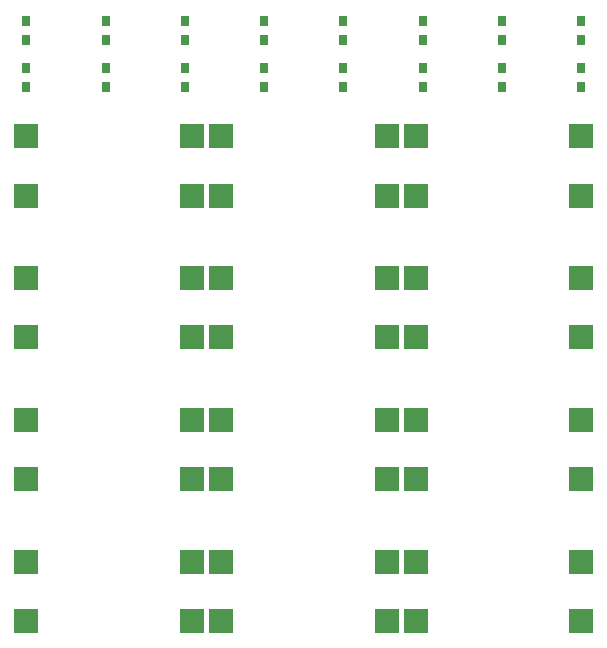
<source format=gtp>
G04*
G04 #@! TF.GenerationSoftware,Altium Limited,Altium Designer,19.0.5 (141)*
G04*
G04 Layer_Color=8421504*
%FSLAX25Y25*%
%MOIN*%
G70*
G01*
G75*
%ADD11R,0.03100X0.03800*%
%ADD12R,0.07874X0.07874*%
D11*
X728787Y325788D02*
D03*
Y319488D02*
D03*
X702353Y325788D02*
D03*
Y319488D02*
D03*
X675919Y325788D02*
D03*
Y319488D02*
D03*
X649485Y325788D02*
D03*
Y319488D02*
D03*
X623051Y325788D02*
D03*
Y319488D02*
D03*
X596616Y325788D02*
D03*
Y319488D02*
D03*
X570182Y325788D02*
D03*
Y319488D02*
D03*
X543748Y325788D02*
D03*
Y319488D02*
D03*
X728787Y341536D02*
D03*
Y335236D02*
D03*
X702353Y341536D02*
D03*
Y335236D02*
D03*
X675919Y341536D02*
D03*
Y335236D02*
D03*
X649485Y341536D02*
D03*
Y335236D02*
D03*
X623051Y341536D02*
D03*
Y335236D02*
D03*
X596616Y341536D02*
D03*
Y335236D02*
D03*
X570182Y341536D02*
D03*
Y335236D02*
D03*
X543748Y341536D02*
D03*
Y335236D02*
D03*
D12*
X673669Y255709D02*
D03*
Y161221D02*
D03*
Y302953D02*
D03*
Y283268D02*
D03*
Y236024D02*
D03*
Y208465D02*
D03*
Y188779D02*
D03*
Y141535D02*
D03*
X663827D02*
D03*
Y188779D02*
D03*
Y208465D02*
D03*
Y236024D02*
D03*
Y283268D02*
D03*
Y302953D02*
D03*
Y161221D02*
D03*
Y255709D02*
D03*
X608709Y141535D02*
D03*
Y188779D02*
D03*
Y208465D02*
D03*
Y236024D02*
D03*
Y283268D02*
D03*
Y302953D02*
D03*
Y161221D02*
D03*
Y255709D02*
D03*
X543748D02*
D03*
Y161221D02*
D03*
Y302953D02*
D03*
Y283268D02*
D03*
Y236024D02*
D03*
Y208465D02*
D03*
Y188779D02*
D03*
Y141535D02*
D03*
X598866Y255709D02*
D03*
Y161221D02*
D03*
Y302953D02*
D03*
Y283268D02*
D03*
Y236024D02*
D03*
Y208465D02*
D03*
Y188779D02*
D03*
Y141535D02*
D03*
X728787Y161221D02*
D03*
Y255709D02*
D03*
Y302953D02*
D03*
Y283268D02*
D03*
Y236024D02*
D03*
Y208465D02*
D03*
Y188779D02*
D03*
Y141535D02*
D03*
M02*

</source>
